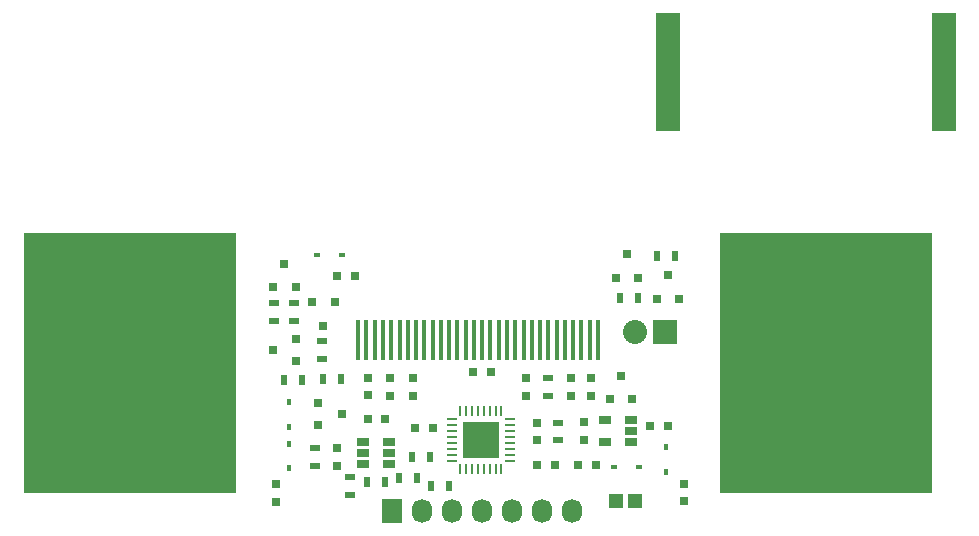
<source format=gts>
G04 #@! TF.FileFunction,Soldermask,Top*
%FSLAX46Y46*%
G04 Gerber Fmt 4.6, Leading zero omitted, Abs format (unit mm)*
G04 Created by KiCad (PCBNEW (2015-11-06 BZR 6302)-product) date 2015. November 08., Vasárnap 12:44:23*
%MOMM*%
G01*
G04 APERTURE LIST*
%ADD10C,0.100000*%
%ADD11R,0.400000X3.500000*%
%ADD12R,0.800100X0.800100*%
%ADD13R,0.500000X0.900000*%
%ADD14R,0.450000X0.590000*%
%ADD15R,0.750000X0.800000*%
%ADD16R,0.250000X0.850000*%
%ADD17R,0.850000X0.250000*%
%ADD18R,3.100000X3.100000*%
%ADD19R,1.727200X2.032000*%
%ADD20O,1.727200X2.032000*%
%ADD21R,18.000000X22.000000*%
%ADD22R,0.800000X0.750000*%
%ADD23R,0.590000X0.450000*%
%ADD24R,1.060000X0.650000*%
%ADD25R,2.000000X10.000000*%
%ADD26R,1.200000X1.200000*%
%ADD27R,2.032000X2.032000*%
%ADD28O,2.032000X2.032000*%
%ADD29R,0.900000X0.500000*%
G04 APERTURE END LIST*
D10*
D11*
X58350000Y-60100000D03*
X59050000Y-60100000D03*
X59750000Y-60100000D03*
X60450000Y-60100000D03*
X61150000Y-60100000D03*
X61850000Y-60100000D03*
X62550000Y-60100000D03*
X63250000Y-60100000D03*
X63950000Y-60100000D03*
X64650000Y-60100000D03*
X65350000Y-60100000D03*
X66050000Y-60100000D03*
X66750000Y-60100000D03*
X67450000Y-60100000D03*
X68150000Y-60100000D03*
X68850000Y-60100000D03*
X69550000Y-60100000D03*
X70250000Y-60100000D03*
X70950000Y-60100000D03*
X71650000Y-60100000D03*
X72350000Y-60100000D03*
X73050000Y-60100000D03*
X73750000Y-60100000D03*
X74450000Y-60100000D03*
X75150000Y-60100000D03*
X75850000Y-60100000D03*
X76550000Y-60100000D03*
X77250000Y-60100000D03*
X77950000Y-60100000D03*
X78650000Y-60100000D03*
D12*
X80150000Y-54800760D03*
X82050000Y-54800760D03*
X81100000Y-52801780D03*
D13*
X53582000Y-63423800D03*
X52082000Y-63423800D03*
D14*
X52468780Y-65332980D03*
X52468780Y-67442980D03*
X52451000Y-68845800D03*
X52451000Y-70955800D03*
D15*
X56591200Y-69227000D03*
X56591200Y-70727000D03*
D16*
X66979800Y-71015400D03*
X67479800Y-71015400D03*
X67979800Y-71015400D03*
X68479800Y-71015400D03*
X68979800Y-71015400D03*
X69479800Y-71015400D03*
X69979800Y-71015400D03*
X70479800Y-71015400D03*
X70479800Y-66065400D03*
X69979800Y-66065400D03*
X69479800Y-66065400D03*
X68979800Y-66065400D03*
X68479800Y-66065400D03*
X67979800Y-66065400D03*
X67479800Y-66065400D03*
X66979800Y-66065400D03*
D17*
X71204800Y-70290400D03*
X71204800Y-69790400D03*
X71204800Y-69290400D03*
X71204800Y-68790400D03*
X71204800Y-68290400D03*
X71204800Y-67790400D03*
X71204800Y-67290400D03*
X71204800Y-66790400D03*
X66254800Y-66790400D03*
X66254800Y-67290400D03*
X66254800Y-67790400D03*
X66254800Y-68290400D03*
X66254800Y-68790400D03*
X66254800Y-69290400D03*
X66254800Y-69790400D03*
X66254800Y-70290400D03*
D18*
X68729800Y-68540400D03*
D19*
X61239400Y-74574400D03*
D20*
X63779400Y-74574400D03*
X66319400Y-74574400D03*
X68859400Y-74574400D03*
X71399400Y-74574400D03*
X73939400Y-74574400D03*
X76479400Y-74574400D03*
D21*
X98000000Y-62000000D03*
D22*
X73519600Y-70688200D03*
X75019600Y-70688200D03*
X84570000Y-67360800D03*
X83070000Y-67360800D03*
D15*
X73456800Y-68568000D03*
X73456800Y-67068000D03*
D22*
X63181800Y-67538600D03*
X64681800Y-67538600D03*
X78474000Y-70688200D03*
X76974000Y-70688200D03*
D15*
X77470000Y-67042600D03*
X77470000Y-68542600D03*
X72517000Y-64808800D03*
X72517000Y-63308800D03*
X78079600Y-64783400D03*
X78079600Y-63283400D03*
X62992000Y-64783400D03*
X62992000Y-63283400D03*
D22*
X69557900Y-62753240D03*
X68057900Y-62753240D03*
D15*
X59156600Y-63271400D03*
X59156600Y-64771400D03*
X61061600Y-63283400D03*
X61061600Y-64783400D03*
X76352400Y-64783400D03*
X76352400Y-63283400D03*
D23*
X82106400Y-70815200D03*
X79996400Y-70815200D03*
D14*
X84371180Y-69127740D03*
X84371180Y-71237740D03*
D21*
X39000000Y-62000000D03*
D24*
X58793200Y-68696800D03*
X58793200Y-69646800D03*
X58793200Y-70596800D03*
X60993200Y-70596800D03*
X60993200Y-68696800D03*
X60993200Y-69646800D03*
X81440200Y-68717200D03*
X81440200Y-67767200D03*
X81440200Y-66817200D03*
X79240200Y-66817200D03*
X79240200Y-68717200D03*
D22*
X60643200Y-66802000D03*
X59143200Y-66802000D03*
D25*
X107991400Y-37388800D03*
X84591400Y-37388800D03*
D26*
X80200000Y-73700000D03*
X81800000Y-73700000D03*
D23*
X54890000Y-52900000D03*
X57000000Y-52900000D03*
D27*
X84300000Y-59400000D03*
D28*
X81760000Y-59400000D03*
D12*
X54980840Y-65369400D03*
X54980840Y-67269400D03*
X56979820Y-66319400D03*
X79669600Y-65110360D03*
X81569600Y-65110360D03*
X80619600Y-63111380D03*
X53100760Y-61850000D03*
X53100760Y-59950000D03*
X51101780Y-60900000D03*
X56350000Y-56901020D03*
X54450000Y-56901020D03*
X55400000Y-58900000D03*
X51150000Y-55600760D03*
X53050000Y-55600760D03*
X52100000Y-53601780D03*
X83650000Y-56600760D03*
X85550000Y-56600760D03*
X84600000Y-54601780D03*
D13*
X56858600Y-63398400D03*
X55358600Y-63398400D03*
D29*
X54686200Y-69227000D03*
X54686200Y-70727000D03*
X75234800Y-68568000D03*
X75234800Y-67068000D03*
X74447400Y-63308800D03*
X74447400Y-64808800D03*
D13*
X66042540Y-72445880D03*
X64542540Y-72445880D03*
D29*
X55300000Y-60200000D03*
X55300000Y-61700000D03*
X52900000Y-56950000D03*
X52900000Y-58450000D03*
X51200000Y-56950000D03*
X51200000Y-58450000D03*
D13*
X85150000Y-53000000D03*
X83650000Y-53000000D03*
X80500000Y-56500000D03*
X82000000Y-56500000D03*
D29*
X57668160Y-71695180D03*
X57668160Y-73195180D03*
D13*
X59135580Y-72118220D03*
X60635580Y-72118220D03*
X64397320Y-70004940D03*
X62897320Y-70004940D03*
X63319660Y-71744840D03*
X61819660Y-71744840D03*
D15*
X85900000Y-72250000D03*
X85900000Y-73750000D03*
X51400000Y-72300000D03*
X51400000Y-73800000D03*
D22*
X56550000Y-54700000D03*
X58050000Y-54700000D03*
M02*

</source>
